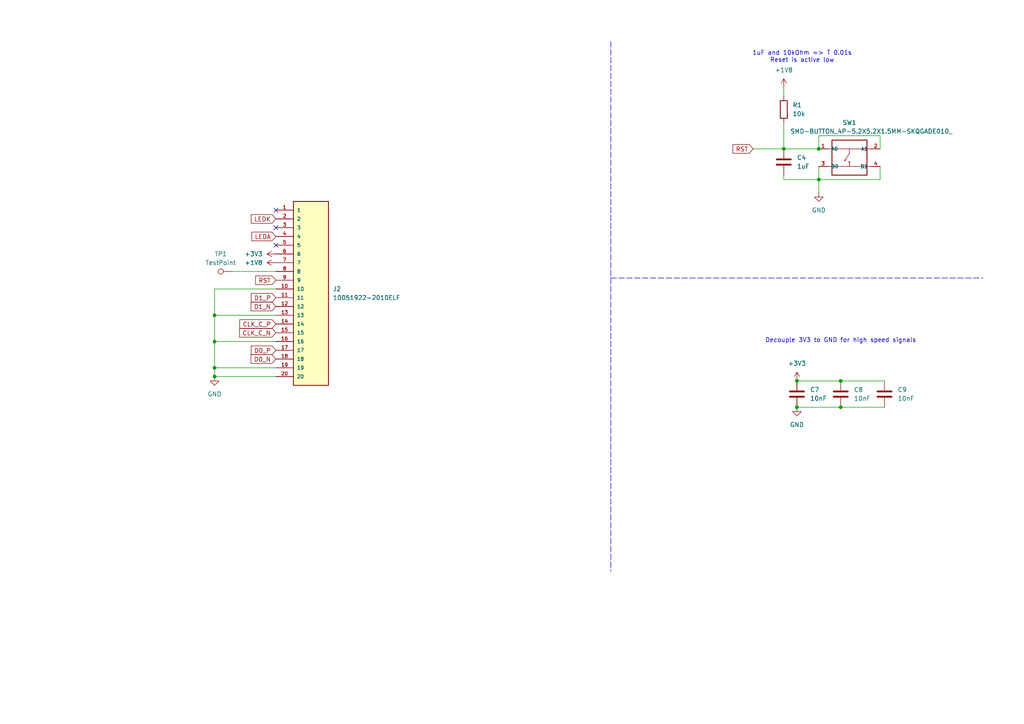
<source format=kicad_sch>
(kicad_sch (version 20231120) (generator "eeschema") (generator_version "8.0")
  (paper "A4")
  (lib_symbols
    (symbol "10051922-2010ELF:10051922-2010ELF" (pin_names (offset 1.016))
      (property "Reference" "J" (at -5.08 26.162 0))
      (property "Value" "10051922-2010ELF" (at -5.08 -30.48 0))
      (symbol "10051922-2010ELF_0_0"
        (rectangle (start -5.08 -27.94) (end 5.08 25.4) (stroke (width 0.254)) (fill (type background)))
        (pin passive line (at -10.16 22.86 0) (length 5.08) (name "1") (number "1"))
        (pin passive line (at -10.16 0 0) (length 5.08) (name "10") (number "10"))
        (pin passive line (at -10.16 -2.54 0) (length 5.08) (name "11") (number "11"))
        (pin passive line (at -10.16 -5.08 0) (length 5.08) (name "12") (number "12"))
        (pin passive line (at -10.16 -7.62 0) (length 5.08) (name "13") (number "13"))
        (pin passive line (at -10.16 -10.16 0) (length 5.08) (name "14") (number "14"))
        (pin passive line (at -10.16 -12.7 0) (length 5.08) (name "15") (number "15"))
        (pin passive line (at -10.16 -15.24 0) (length 5.08) (name "16") (number "16"))
        (pin passive line (at -10.16 -17.78 0) (length 5.08) (name "17") (number "17"))
        (pin passive line (at -10.16 -20.32 0) (length 5.08) (name "18") (number "18"))
        (pin passive line (at -10.16 -22.86 0) (length 5.08) (name "19") (number "19"))
        (pin passive line (at -10.16 20.32 0) (length 5.08) (name "2") (number "2"))
        (pin passive line (at -10.16 -25.4 0) (length 5.08) (name "20") (number "20"))
        (pin passive line (at -10.16 17.78 0) (length 5.08) (name "3") (number "3"))
        (pin passive line (at -10.16 15.24 0) (length 5.08) (name "4") (number "4"))
        (pin passive line (at -10.16 12.7 0) (length 5.08) (name "5") (number "5"))
        (pin passive line (at -10.16 10.16 0) (length 5.08) (name "6") (number "6"))
        (pin passive line (at -10.16 7.62 0) (length 5.08) (name "7") (number "7"))
        (pin passive line (at -10.16 5.08 0) (length 5.08) (name "8") (number "8"))
        (pin passive line (at -10.16 2.54 0) (length 5.08) (name "9") (number "9"))
      )
    )
    (symbol "Connector:TestPoint" (pin_numbers hide) (pin_names (offset 0.762) hide)
      (property "Reference" "TP" (at 0 6.858 0))
      (property "Value" "TestPoint" (at 0 5.08 0))
      (symbol "TestPoint_0_1"
        (circle (center 0 3.302) (radius 0.762))
      )
      (symbol "TestPoint_1_1"
        (pin passive line (at 0 0 90) (length 2.54) (name "1") (number "1"))
      )
    )
    (symbol "Device:C" (pin_numbers hide) (pin_names (offset 0.254))
      (property "Reference" "C" (at 0.635 2.54 0))
      (property "Value" "C" (at 0.635 -2.54 0))
      (symbol "C_0_1"
        (polyline (pts (xy -2.032 -0.762) (xy 2.032 -0.762)) (stroke (width 0.508)))
        (polyline (pts (xy -2.032 0.762) (xy 2.032 0.762)) (stroke (width 0.508)))
      )
      (symbol "C_1_1"
        (pin passive line (at 0 3.81 270) (length 2.794) (name "~") (number "1"))
        (pin passive line (at 0 -3.81 90) (length 2.794) (name "~") (number "2"))
      )
    )
    (symbol "Device:R" (pin_numbers hide) (pin_names (offset 0))
      (property "Reference" "R" (at 2.032 0 90))
      (property "Value" "R" (at 0 0 90))
      (symbol "R_0_1"
        (rectangle (start -1.016 -2.54) (end 1.016 2.54) (stroke (width 0.254)))
      )
      (symbol "R_1_1"
        (pin passive line (at 0 3.81 270) (length 1.27) (name "~") (number "1"))
        (pin passive line (at 0 -3.81 90) (length 1.27) (name "~") (number "2"))
      )
    )
    (symbol "SMD-BUTTON_4P-5.2X5.2X1.5MM-SKQGADE010_:SMD-BUTTON_4P-5.2X5.2X1.5MM-SKQGADE010_" (pin_names (offset 1.016))
      (property "Reference" "SW" (at -5.0859 5.0859 0))
      (property "Value" "SMD-BUTTON_4P-5.2X5.2X1.5MM-SKQGADE010_" (at -5.0884 -6.3605 0))
      (symbol "SMD-BUTTON_4P-5.2X5.2X1.5MM-SKQGADE010__0_0"
        (circle (center -1.27 -0.762) (radius 0.1524))
        (circle (center 0 -1.27) (radius 0.1524))
        (polyline (pts (xy -6.35 -2.54) (xy -5.08 -2.54)) (stroke (width 0.1524)))
        (polyline (pts (xy -6.35 2.54) (xy -5.08 2.54)) (stroke (width 0.1524)))
        (polyline (pts (xy -5.08 -5.08) (xy -5.08 -2.54)) (stroke (width 0.254)))
        (polyline (pts (xy -5.08 -2.54) (xy -5.08 2.54)) (stroke (width 0.254)))
        (polyline (pts (xy -5.08 2.54) (xy -5.08 5.08)) (stroke (width 0.254)))
        (polyline (pts (xy -5.08 2.54) (xy 0 2.54)) (stroke (width 0.1524)))
        (polyline (pts (xy -5.08 5.08) (xy 5.08 5.08)) (stroke (width 0.254)))
        (polyline (pts (xy 0 -2.54) (xy -5.08 -2.54)) (stroke (width 0.1524)))
        (polyline (pts (xy 0 -2.54) (xy 5.08 -2.54)) (stroke (width 0.1524)))
        (polyline (pts (xy 0 -1.27) (xy 0 -2.54)) (stroke (width 0.1524)))
        (polyline (pts (xy 0 1.27) (xy -1.27 -0.762)) (stroke (width 0.1524)))
        (polyline (pts (xy 0 2.54) (xy 0 1.27)) (stroke (width 0.1524)))
        (polyline (pts (xy 0 2.54) (xy 5.08 2.54)) (stroke (width 0.1524)))
        (polyline (pts (xy 5.08 -5.08) (xy -5.08 -5.08)) (stroke (width 0.254)))
        (polyline (pts (xy 5.08 -2.54) (xy 5.08 -5.08)) (stroke (width 0.254)))
        (polyline (pts (xy 5.08 2.54) (xy 5.08 -2.54)) (stroke (width 0.254)))
        (polyline (pts (xy 5.08 5.08) (xy 5.08 2.54)) (stroke (width 0.254)))
        (polyline (pts (xy 6.35 -2.54) (xy 5.08 -2.54)) (stroke (width 0.1524)))
        (polyline (pts (xy 6.35 2.54) (xy 5.08 2.54)) (stroke (width 0.1524)))
        (pin bidirectional line (at -8.89 2.54 0) (length 2.54) (name "A0") (number "1"))
        (pin bidirectional line (at 8.89 2.54 180) (length 2.54) (name "A1") (number "2"))
        (pin bidirectional line (at -8.89 -2.54 0) (length 2.54) (name "B0") (number "3"))
        (pin bidirectional line (at 8.89 -2.54 180) (length 2.54) (name "B1") (number "4"))
      )
    )
    (symbol "power:+1V8" (power) (pin_numbers hide) (pin_names (offset 0) hide)
      (property "Value" "+1V8" (at 0 3.556 0))
      (symbol "+1V8_0_1"
        (polyline (pts (xy -0.762 1.27) (xy 0 2.54)))
        (polyline (pts (xy 0 0) (xy 0 2.54)))
        (polyline (pts (xy 0 2.54) (xy 0.762 1.27)))
      )
      (symbol "+1V8_1_1"
        (pin power_in line (at 0 0 90) (length 0) (name "~") (number "1"))
      )
    )
    (symbol "power:+3V3" (power) (pin_numbers hide) (pin_names (offset 0) hide)
      (property "Value" "+3V3" (at 0 3.556 0))
      (symbol "+3V3_0_1"
        (polyline (pts (xy -0.762 1.27) (xy 0 2.54)))
        (polyline (pts (xy 0 0) (xy 0 2.54)))
        (polyline (pts (xy 0 2.54) (xy 0.762 1.27)))
      )
      (symbol "+3V3_1_1"
        (pin power_in line (at 0 0 90) (length 0) (name "~") (number "1"))
      )
    )
    (symbol "power:GND" (power) (pin_numbers hide) (pin_names (offset 0) hide)
      (property "Value" "GND" (at 0 -3.81 0))
      (symbol "GND_0_1"
        (polyline (pts (xy 0 0) (xy 0 -1.27) (xy 1.27 -1.27) (xy 0 -2.54) (xy -1.27 -1.27) (xy 0 -1.27)))
      )
      (symbol "GND_1_1"
        (pin power_in line (at 0 0 270) (length 0) (name "~") (number "1"))
      )
    )
  )
  (junction (at 237.49 52.07))
  (junction (at 237.49 43.18))
  (junction (at 243.84 110.49))
  (junction (at 62.23 109.22))
  (junction (at 62.23 91.44))
  (junction (at 231.14 110.49))
  (junction (at 62.23 99.06))
  (junction (at 227.33 43.18))
  (junction (at 62.23 106.68))
  (junction (at 243.84 118.11))
  (junction (at 231.14 118.11))
  (no_connect (at 80.01 66.04))
  (no_connect (at 80.01 71.12))
  (no_connect (at 80.01 60.96))
  (wire (pts (xy 62.23 106.68) (xy 62.23 99.06)))
  (wire (pts (xy 243.84 110.49) (xy 256.54 110.49)))
  (polyline (pts (xy 177.165 12.065) (xy 177.165 165.735)) (stroke (width 0) (type dash)))
  (wire (pts (xy 231.14 110.49) (xy 243.84 110.49)))
  (wire (pts (xy 227.33 52.07) (xy 237.49 52.07)))
  (wire (pts (xy 227.33 43.18) (xy 227.33 35.56)))
  (wire (pts (xy 227.33 52.07) (xy 227.33 50.8)))
  (wire (pts (xy 255.27 52.07) (xy 255.27 48.26)))
  (wire (pts (xy 243.84 118.11) (xy 256.54 118.11)))
  (wire (pts (xy 218.44 43.18) (xy 227.33 43.18)))
  (wire (pts (xy 237.49 52.07) (xy 255.27 52.07)))
  (wire (pts (xy 227.33 25.4) (xy 227.33 27.94)))
  (wire (pts (xy 255.27 39.37) (xy 237.49 39.37)))
  (wire (pts (xy 62.23 91.44) (xy 62.23 83.82)))
  (wire (pts (xy 227.33 43.18) (xy 237.49 43.18)))
  (wire (pts (xy 237.49 52.07) (xy 237.49 48.26)))
  (wire (pts (xy 62.23 83.82) (xy 80.01 83.82)))
  (wire (pts (xy 62.23 99.06) (xy 80.01 99.06)))
  (polyline (pts (xy 177.165 80.645) (xy 285.115 80.645)) (stroke (width 0) (type dash)))
  (wire (pts (xy 231.14 118.11) (xy 243.84 118.11)))
  (wire (pts (xy 62.23 106.68) (xy 80.01 106.68)))
  (wire (pts (xy 62.23 91.44) (xy 80.01 91.44)))
  (wire (pts (xy 62.23 99.06) (xy 62.23 91.44)))
  (wire (pts (xy 255.27 43.18) (xy 255.27 39.37)))
  (wire (pts (xy 237.49 55.88) (xy 237.49 52.07)))
  (wire (pts (xy 62.23 109.22) (xy 62.23 106.68)))
  (wire (pts (xy 67.31 78.74) (xy 80.01 78.74)))
  (wire (pts (xy 80.01 109.22) (xy 62.23 109.22)))
  (wire (pts (xy 237.49 39.37) (xy 237.49 43.18)))
  (text "1uF and 10kOhm => T 0.01s\nReset is active low" (at 232.664 16.51 0) (effects (font (size 1.27 1.27))))
  (text "Decouple 3V3 to GND for high speed signals\n" (at 243.84 98.806 0) (effects (font (size 1.27 1.27))))
  (global_label "CLK_C_P" (shape input) (at 80.01 93.98 180) (property "Intersheetrefs" "${INTERSHEET_REFS}" (effects (hide yes))))
  (global_label "LEDK" (shape input) (at 80.01 63.5 180) (property "Intersheetrefs" "${INTERSHEET_REFS}" (effects (hide yes))))
  (global_label "D1_P" (shape input) (at 80.01 86.36 180) (property "Intersheetrefs" "${INTERSHEET_REFS}" (effects (hide yes))))
  (global_label "RST" (shape input) (at 80.01 81.28 180) (property "Intersheetrefs" "${INTERSHEET_REFS}" (effects (hide yes))))
  (global_label "D0_N" (shape input) (at 80.01 104.14 180) (property "Intersheetrefs" "${INTERSHEET_REFS}" (effects (hide yes))))
  (global_label "CLK_C_N" (shape input) (at 80.01 96.52 180) (property "Intersheetrefs" "${INTERSHEET_REFS}" (effects (hide yes))))
  (global_label "RST" (shape input) (at 218.44 43.18 180) (property "Intersheetrefs" "${INTERSHEET_REFS}" (effects (hide yes))))
  (global_label "LEDA" (shape input) (at 80.01 68.58 180) (property "Intersheetrefs" "${INTERSHEET_REFS}" (effects (hide yes))))
  (global_label "D0_P" (shape input) (at 80.01 101.6 180) (property "Intersheetrefs" "${INTERSHEET_REFS}" (effects (hide yes))))
  (global_label "D1_N" (shape input) (at 80.01 88.9 180) (property "Intersheetrefs" "${INTERSHEET_REFS}" (effects (hide yes))))
  (symbol (lib_id "power:+1V8") (at 227.33 25.4 0) (unit 1)
    (property "Reference" "#PWR010" (effects (hide yes)))
    (property "Value" "+1V8" (at 227.33 20.32 0))
    (property "Description" "Power symbol creates a global label with name \"+1V8\"" (effects (hide yes)))
  )
  (symbol (lib_id "power:GND") (at 62.23 109.22 0) (unit 1)
    (property "Reference" "#PWR09" (effects (hide yes)))
    (property "Value" "GND" (at 62.23 114.3 0))
    (property "Description" "Power symbol creates a global label with name \"GND\" , ground" (effects (hide yes)))
  )
  (symbol (lib_id "Connector:TestPoint") (at 67.31 78.74 90) (unit 1)
    (property "Reference" "TP1" (at 64.008 73.66 90))
    (property "Value" "TestPoint" (at 64.008 76.2 90))
    (property "Footprint" "TestPoint:TestPoint_Pad_D1.0mm" (effects (hide yes)))
    (property "Description" "test point" (effects (hide yes)))
  )
  (symbol (lib_id "Device:C") (at 243.84 114.3 0) (unit 1)
    (property "Reference" "C8" (at 247.65 113.0299 0) (effects (justify left)))
    (property "Value" "10nF" (at 247.65 115.5699 0) (effects (justify left)))
    (property "Footprint" "Capacitor_SMD:C_0603_1608Metric" (effects (hide yes)))
    (property "Description" "Unpolarized capacitor" (effects (hide yes)))
    (property "LCSC" "C525264" (effects (hide yes)))
  )
  (symbol (lib_id "Device:C") (at 256.54 114.3 0) (unit 1)
    (property "Reference" "C9" (at 260.35 113.0299 0) (effects (justify left)))
    (property "Value" "10nF" (at 260.35 115.5699 0) (effects (justify left)))
    (property "Footprint" "Capacitor_SMD:C_0603_1608Metric" (effects (hide yes)))
    (property "Description" "Unpolarized capacitor" (effects (hide yes)))
    (property "LCSC" "C525264" (effects (hide yes)))
  )
  (symbol (lib_id "Device:C") (at 231.14 114.3 0) (unit 1)
    (property "Reference" "C7" (at 234.95 113.0299 0) (effects (justify left)))
    (property "Value" "10nF" (at 234.95 115.5699 0) (effects (justify left)))
    (property "Footprint" "Capacitor_SMD:C_0603_1608Metric" (effects (hide yes)))
    (property "Description" "Unpolarized capacitor" (effects (hide yes)))
    (property "LCSC" "C525264" (effects (hide yes)))
  )
  (symbol (lib_id "power:GND") (at 237.49 55.88 0) (unit 1)
    (property "Reference" "#PWR012" (effects (hide yes)))
    (property "Value" "GND" (at 237.49 60.96 0))
    (property "Description" "Power symbol creates a global label with name \"GND\" , ground" (effects (hide yes)))
  )
  (symbol (lib_id "Device:R") (at 227.33 31.75 0) (unit 1)
    (property "Reference" "R1" (at 229.87 30.4799 0) (effects (justify left)))
    (property "Value" "10k" (at 229.87 33.0199 0) (effects (justify left)))
    (property "Footprint" "Resistor_SMD:R_0603_1608Metric" (effects (hide yes)))
    (property "Description" "Resistor" (effects (hide yes)))
    (property "LCSC" "C2930027" (effects (hide yes)))
  )
  (symbol (lib_id "10051922-2010ELF:10051922-2010ELF") (at 90.17 83.82 0) (unit 1)
    (property "Reference" "J2" (at 96.52 83.8199 0) (effects (justify left)))
    (property "Value" "10051922-2010ELF" (at 96.52 86.3599 0) (effects (justify left)))
    (property "Footprint" "custom:AMPHENOL_10051922-2010ELF" (effects (hide yes)))
    (property "MF" "Amphenol ICC" (effects (hide yes)))
    (property "MAXIMUM_PACKAGE_HEIGHT" "3.37mm" (effects (hide yes)))
    (property "Package" "None" (effects (hide yes)))
    (property "Price" "None" (effects (hide yes)))
    (property "Check_prices" "https://www.snapeda.com/parts/10051922-2010ELF/Amphenol+FCI/view-part/?ref=eda" (effects (hide yes)))
    (property "STANDARD" "Manufacturer Recommendations" (effects (hide yes)))
    (property "PARTREV" "K" (effects (hide yes)))
    (property "SnapEDA_Link" "https://www.snapeda.com/parts/10051922-2010ELF/Amphenol+FCI/view-part/?ref=snap" (effects (hide yes)))
    (property "MP" "10051922-2010ELF" (effects (hide yes)))
    (property "Purchase-URL" "https://www.snapeda.com/api/url_track_click_mouser/?unipart_id=2873035&manufacturer=Amphenol ICC&part_name=10051922-2010ELF&search_term=None" (effects (hide yes)))
    (property "Description_1" "\n0.50mm Flex Connector, VLL Series, 20 Position, Lower Side Contact, Side Entry Surface Mount ZIF Connector, Lead Free Type.\n" (effects (hide yes)))
    (property "Availability" "In Stock" (effects (hide yes)))
    (property "MANUFACTURER" "Amphenol" (effects (hide yes)))
    (property "LCSC" "C3169799" (effects (hide yes)))
  )
  (symbol (lib_id "power:+3V3") (at 80.01 73.66 90) (unit 1)
    (property "Reference" "#PWR07" (effects (hide yes)))
    (property "Value" "+3V3" (at 76.2 73.6599 90) (effects (justify left)))
    (property "Description" "Power symbol creates a global label with name \"+3V3\"" (effects (hide yes)))
  )
  (symbol (lib_id "power:+1V8") (at 80.01 76.2 90) (unit 1)
    (property "Reference" "#PWR08" (effects (hide yes)))
    (property "Value" "+1V8" (at 76.2 76.1999 90) (effects (justify left)))
    (property "Description" "Power symbol creates a global label with name \"+1V8\"" (effects (hide yes)))
  )
  (symbol (lib_id "SMD-BUTTON_4P-5.2X5.2X1.5MM-SKQGADE010_:SMD-BUTTON_4P-5.2X5.2X1.5MM-SKQGADE010_") (at 246.38 45.72 0) (unit 1)
    (property "Reference" "SW1" (at 246.38 35.56 0))
    (property "Value" "SMD-BUTTON_4P-5.2X5.2X1.5MM-SKQGADE010_" (at 252.73 38.1 0))
    (property "Footprint" "custom:SW4-SMD-5.2X5.2X1.5MM" (effects (hide yes)))
    (property "MF" "ALPS" (effects (hide yes)))
    (property "Description_1" "\nSwitch Tactile N.O. SPST Round Button Gull Wing 0.05A 12VDC 2.55N SMD T/R\n" (effects (hide yes)))
    (property "Package" "SMD-4 ALPS" (effects (hide yes)))
    (property "Price" "None" (effects (hide yes)))
    (property "SnapEDA_Link" "https://www.snapeda.com/parts/SKQGADE010/ALPS/view-part/?ref=snap" (effects (hide yes)))
    (property "MP" "SKQGADE010" (effects (hide yes)))
    (property "Purchase-URL" "https://www.snapeda.com/api/url_track_click_mouser/?unipart_id=106172&manufacturer=ALPS&part_name=SKQGADE010&search_term=None" (effects (hide yes)))
    (property "Availability" "In Stock" (effects (hide yes)))
    (property "Check_prices" "https://www.snapeda.com/parts/SKQGADE010/ALPS/view-part/?ref=eda" (effects (hide yes)))
    (property "LCSC" "C116647" (effects (hide yes)))
  )
  (symbol (lib_id "Device:C") (at 227.33 46.99 0) (unit 1)
    (property "Reference" "C4" (at 231.14 45.7199 0) (effects (justify left)))
    (property "Value" "1uF" (at 231.14 48.2599 0) (effects (justify left)))
    (property "Footprint" "Capacitor_SMD:C_0603_1608Metric" (effects (hide yes)))
    (property "Description" "Unpolarized capacitor" (effects (hide yes)))
    (property "LCSC" "C5189821" (effects (hide yes)))
  )
  (symbol (lib_id "power:+3V3") (at 231.14 110.49 0) (unit 1)
    (property "Reference" "#PWR016" (effects (hide yes)))
    (property "Value" "+3V3" (at 231.14 105.41 0))
    (property "Description" "Power symbol creates a global label with name \"+3V3\"" (effects (hide yes)))
  )
  (symbol (lib_id "power:GND") (at 231.14 118.11 0) (unit 1)
    (property "Reference" "#PWR017" (effects (hide yes)))
    (property "Value" "GND" (at 231.14 123.19 0))
    (property "Description" "Power symbol creates a global label with name \"GND\" , ground" (effects (hide yes)))
  )
)
</source>
